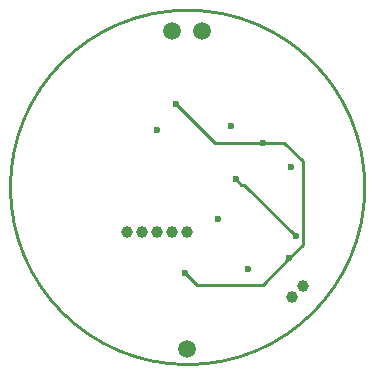
<source format=gbl>
G04*
G04 #@! TF.GenerationSoftware,Altium Limited,Altium Designer,19.0.10 (269)*
G04*
G04 Layer_Physical_Order=4*
G04 Layer_Color=16711680*
%FSLAX44Y44*%
%MOMM*%
G71*
G01*
G75*
%ADD22C,0.2500*%
%ADD25C,0.2540*%
%ADD26C,1.5200*%
%ADD27C,1.0000*%
%ADD28C,0.6000*%
D22*
X247120Y370876D02*
X214504Y403492D01*
X287656Y370876D02*
X247120D01*
X321502Y355282D02*
X305908Y370876D01*
X287656D01*
X321502Y284862D02*
Y355282D01*
Y284862D02*
X309944Y273304D01*
X287592Y250952D02*
X232002D01*
X221794Y261160D01*
X309944Y273304D02*
X287592Y250952D01*
X272109Y335587D02*
X269493D01*
X315752Y291944D02*
X272109Y335587D01*
X269493D02*
X264720Y340360D01*
D25*
X74156Y333248D02*
G03*
X74156Y333248I150000J0D01*
G01*
D26*
X236172Y465816D02*
D03*
X223472Y196616D02*
D03*
X210772Y465816D02*
D03*
D27*
X198107Y295656D02*
D03*
X210807D02*
D03*
X223507D02*
D03*
X172707D02*
D03*
X185407D02*
D03*
X321449Y249499D02*
D03*
X312787Y240211D02*
D03*
D28*
X264720Y340360D02*
D03*
X315752Y291944D02*
D03*
X214504Y403492D02*
D03*
X287656Y370876D02*
D03*
X309944Y273304D02*
D03*
X275504Y264160D02*
D03*
X198107Y382096D02*
D03*
X261240Y385064D02*
D03*
X312040Y350600D02*
D03*
X221794Y261160D02*
D03*
X250064Y306832D02*
D03*
M02*

</source>
